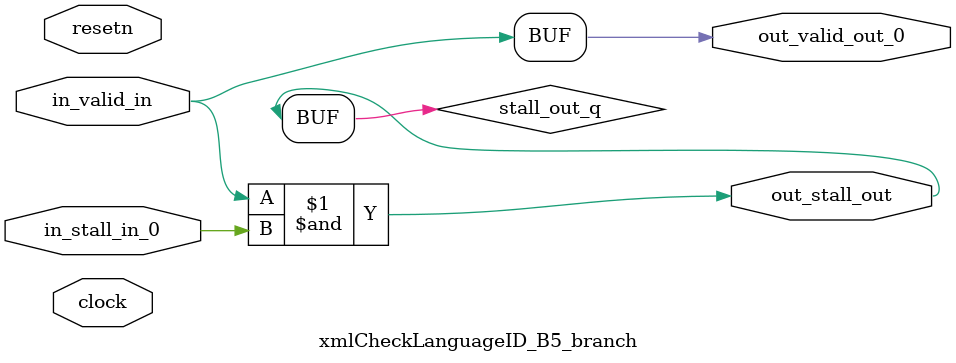
<source format=sv>



(* altera_attribute = "-name AUTO_SHIFT_REGISTER_RECOGNITION OFF; -name MESSAGE_DISABLE 10036; -name MESSAGE_DISABLE 10037; -name MESSAGE_DISABLE 14130; -name MESSAGE_DISABLE 14320; -name MESSAGE_DISABLE 15400; -name MESSAGE_DISABLE 14130; -name MESSAGE_DISABLE 10036; -name MESSAGE_DISABLE 12020; -name MESSAGE_DISABLE 12030; -name MESSAGE_DISABLE 12010; -name MESSAGE_DISABLE 12110; -name MESSAGE_DISABLE 14320; -name MESSAGE_DISABLE 13410; -name MESSAGE_DISABLE 113007; -name MESSAGE_DISABLE 10958" *)
module xmlCheckLanguageID_B5_branch (
    input wire [0:0] in_stall_in_0,
    input wire [0:0] in_valid_in,
    output wire [0:0] out_stall_out,
    output wire [0:0] out_valid_out_0,
    input wire clock,
    input wire resetn
    );

    wire [0:0] stall_out_q;


    // stall_out(LOGICAL,6)
    assign stall_out_q = in_valid_in & in_stall_in_0;

    // out_stall_out(GPOUT,4)
    assign out_stall_out = stall_out_q;

    // out_valid_out_0(GPOUT,5)
    assign out_valid_out_0 = in_valid_in;

endmodule

</source>
